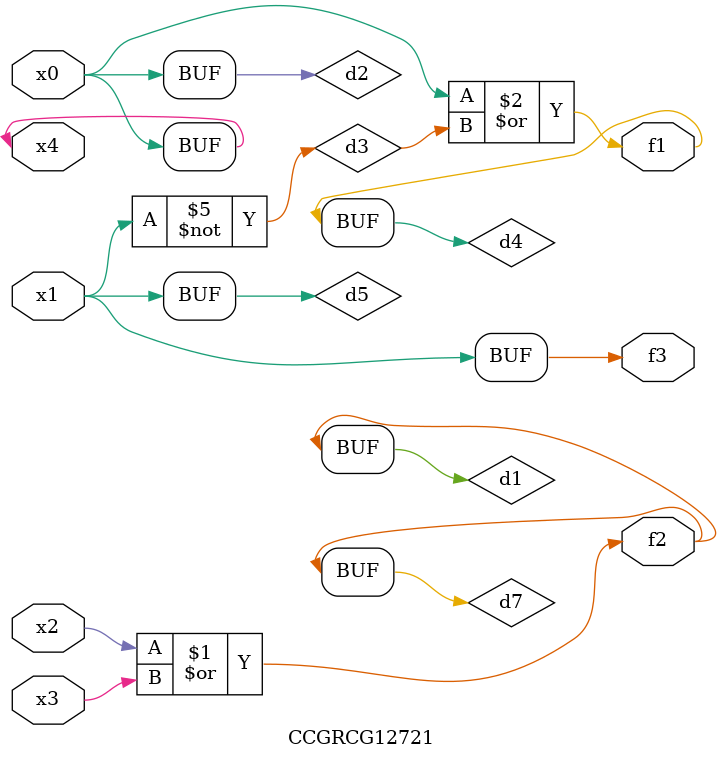
<source format=v>
module CCGRCG12721(
	input x0, x1, x2, x3, x4,
	output f1, f2, f3
);

	wire d1, d2, d3, d4, d5, d6, d7;

	or (d1, x2, x3);
	buf (d2, x0, x4);
	not (d3, x1);
	or (d4, d2, d3);
	not (d5, d3);
	nand (d6, d1, d3);
	or (d7, d1);
	assign f1 = d4;
	assign f2 = d7;
	assign f3 = d5;
endmodule

</source>
